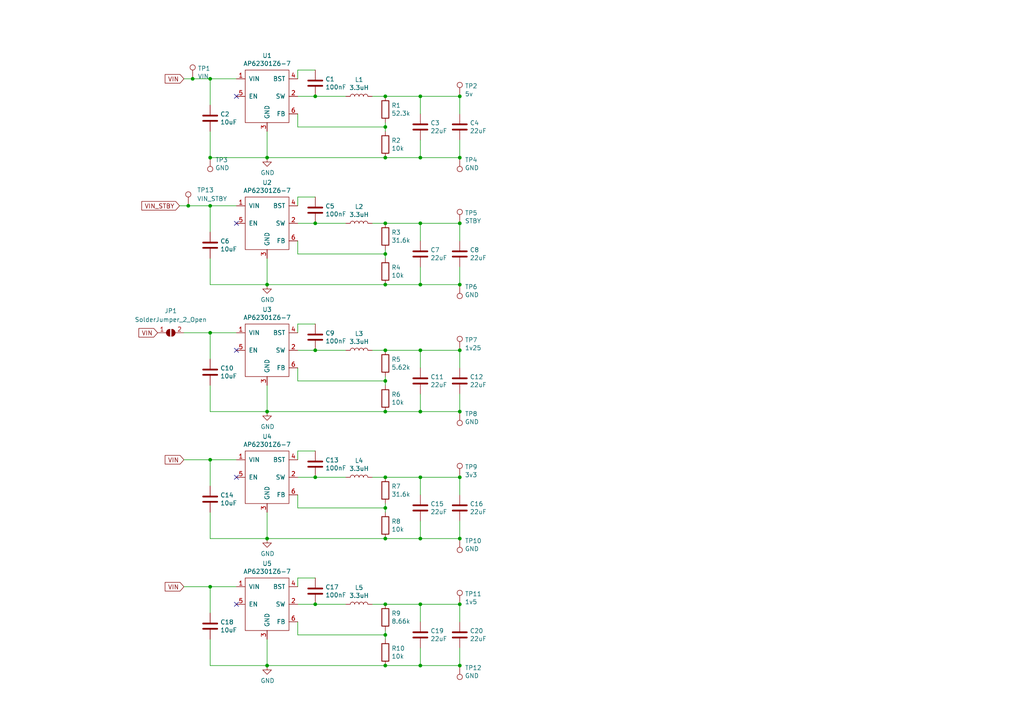
<source format=kicad_sch>
(kicad_sch (version 20231120) (generator "eeschema") (generator_version "8.0")
  (paper "A4")
  (lib_symbols
    (symbol "Connector:TestPoint" (pin_numbers hide) (pin_names (offset 0.762) hide)
      (property "Reference" "TP" (at 0 6.858 0))
      (property "Value" "Connector_TestPoint" (at 0 5.08 0))
      (symbol "TestPoint_0_1"
        (circle (center 0 3.302) (radius 0.762))
      )
      (symbol "TestPoint_1_1"
        (pin passive line (at 0 0 90) (length 2.54) (name "1") (number "1"))
      )
    )
    (symbol "Device:C" (pin_numbers hide) (pin_names (offset 0.254))
      (property "Reference" "C" (at 0.635 2.54 0))
      (property "Value" "Device_C" (at 0.635 -2.54 0))
      (symbol "C_0_1"
        (polyline (pts (xy -2.032 -0.762) (xy 2.032 -0.762)) (stroke (width 0.508)))
        (polyline (pts (xy -2.032 0.762) (xy 2.032 0.762)) (stroke (width 0.508)))
      )
      (symbol "C_1_1"
        (pin passive line (at 0 3.81 270) (length 2.794) (name "~") (number "1"))
        (pin passive line (at 0 -3.81 90) (length 2.794) (name "~") (number "2"))
      )
    )
    (symbol "Device:L" (pin_numbers hide) (pin_names (offset 1.016) hide)
      (property "Reference" "L" (at -1.27 0 90))
      (property "Value" "Device_L" (at 1.905 0 90))
      (symbol "L_0_1"
        (arc (start 0 -2.54) (mid 0.6323 -1.905) (end 0 -1.27))
        (arc (start 0 -1.27) (mid 0.6323 -0.635) (end 0 0))
        (arc (start 0 0) (mid 0.6323 0.635) (end 0 1.27))
        (arc (start 0 1.27) (mid 0.6323 1.905) (end 0 2.54))
      )
      (symbol "L_1_1"
        (pin passive line (at 0 3.81 270) (length 1.27) (name "1") (number "1"))
        (pin passive line (at 0 -3.81 90) (length 1.27) (name "2") (number "2"))
      )
    )
    (symbol "Device:R" (pin_numbers hide) (pin_names (offset 0))
      (property "Reference" "R" (at 2.032 0 90))
      (property "Value" "Device_R" (at 0 0 90))
      (symbol "R_0_1"
        (rectangle (start -1.016 -2.54) (end 1.016 2.54) (stroke (width 0.254)))
      )
      (symbol "R_1_1"
        (pin passive line (at 0 3.81 270) (length 1.27) (name "~") (number "1"))
        (pin passive line (at 0 -3.81 90) (length 1.27) (name "~") (number "2"))
      )
    )
    (symbol "Jumper:SolderJumper_2_Open" (pin_names (offset 0) hide)
      (property "Reference" "JP" (at 0 2.032 0))
      (property "Value" "SolderJumper_2_Open" (at 0 -2.54 0))
      (symbol "SolderJumper_2_Open_0_1"
        (arc (start -0.254 1.016) (mid -1.2656 0) (end -0.254 -1.016))
        (arc (start -0.254 1.016) (mid -1.2656 0) (end -0.254 -1.016) (fill (type outline)))
        (polyline (pts (xy -0.254 1.016) (xy -0.254 -1.016)))
        (polyline (pts (xy 0.254 1.016) (xy 0.254 -1.016)))
        (arc (start 0.254 -1.016) (mid 1.2656 0) (end 0.254 1.016))
        (arc (start 0.254 -1.016) (mid 1.2656 0) (end 0.254 1.016) (fill (type outline)))
      )
      (symbol "SolderJumper_2_Open_1_1"
        (pin passive line (at -3.81 0 0) (length 2.54) (name "A") (number "1"))
        (pin passive line (at 3.81 0 180) (length 2.54) (name "B") (number "2"))
      )
    )
    (symbol "PSU:AP62301Z6-7" (pin_names (offset 1.016))
      (property "Reference" "U" (at -6.35 8.89 0))
      (property "Value" "AP62301Z6-7" (at 7.62 -8.89 0))
      (symbol "AP62301Z6-7_0_1"
        (rectangle (start -6.35 7.62) (end 6.35 -7.62))
      )
      (symbol "AP62301Z6-7_1_1"
        (pin input line (at -8.89 5.08 0) (length 2.54) (name "VIN") (number "1"))
        (pin input line (at 8.89 0 180) (length 2.54) (name "SW") (number "2"))
        (pin input line (at 0 -10.16 90) (length 2.54) (name "GND") (number "3"))
        (pin input line (at 8.89 5.08 180) (length 2.54) (name "BST") (number "4"))
        (pin input line (at -8.89 0 0) (length 2.54) (name "EN") (number "5"))
        (pin input line (at 8.89 -5.08 180) (length 2.54) (name "FB") (number "6"))
      )
    )
    (symbol "TestPoint_1" (pin_numbers hide) (pin_names (offset 0.762) hide)
      (property "Reference" "TP" (at 0 6.858 0))
      (property "Value" "TestPoint_1" (at 0 5.08 0))
      (symbol "TestPoint_1_0_1"
        (circle (center 0 3.302) (radius 0.762))
      )
      (symbol "TestPoint_1_1_1"
        (pin passive line (at 0 0 90) (length 2.54) (name "1") (number "1"))
      )
    )
    (symbol "power:GND" (power) (pin_names (offset 0))
      (property "Value" "power_GND" (at 0 -3.81 0))
      (symbol "GND_0_1"
        (polyline (pts (xy 0 0) (xy 0 -1.27) (xy 1.27 -1.27) (xy 0 -2.54) (xy -1.27 -1.27) (xy 0 -1.27)))
      )
      (symbol "GND_1_1"
        (pin power_in line (at 0 0 270) (length 0) hide (name "GND") (number "1"))
      )
    )
  )
  (junction (at 133.35 27.94))
  (junction (at 121.92 64.77))
  (junction (at 121.92 101.6))
  (junction (at 133.35 64.77))
  (junction (at 133.35 82.55))
  (junction (at 60.96 96.52))
  (junction (at 111.76 193.04))
  (junction (at 91.44 27.94))
  (junction (at 60.96 22.86))
  (junction (at 121.92 82.55))
  (junction (at 111.76 36.83))
  (junction (at 54.61 59.69))
  (junction (at 121.92 156.21))
  (junction (at 121.92 175.26))
  (junction (at 111.76 110.49))
  (junction (at 60.96 133.35))
  (junction (at 133.35 119.38))
  (junction (at 133.35 193.04))
  (junction (at 77.47 45.72))
  (junction (at 77.47 82.55))
  (junction (at 121.92 119.38))
  (junction (at 91.44 101.6))
  (junction (at 91.44 138.43))
  (junction (at 133.35 156.21))
  (junction (at 111.76 156.21))
  (junction (at 133.35 138.43))
  (junction (at 55.88 22.86))
  (junction (at 60.96 45.72))
  (junction (at 77.47 193.04))
  (junction (at 121.92 27.94))
  (junction (at 121.92 45.72))
  (junction (at 133.35 101.6))
  (junction (at 91.44 175.26))
  (junction (at 60.96 170.18))
  (junction (at 77.47 156.21))
  (junction (at 111.76 101.6))
  (junction (at 77.47 119.38))
  (junction (at 91.44 64.77))
  (junction (at 133.35 45.72))
  (junction (at 111.76 138.43))
  (junction (at 111.76 45.72))
  (junction (at 121.92 138.43))
  (junction (at 111.76 64.77))
  (junction (at 111.76 175.26))
  (junction (at 111.76 27.94))
  (junction (at 111.76 73.66))
  (junction (at 60.96 59.69))
  (junction (at 111.76 184.15))
  (junction (at 133.35 175.26))
  (junction (at 111.76 82.55))
  (junction (at 111.76 119.38))
  (junction (at 111.76 147.32))
  (junction (at 121.92 193.04))
  (no_connect (at 68.58 101.6))
  (no_connect (at 68.58 138.43))
  (no_connect (at 68.58 175.26))
  (no_connect (at 68.58 27.94))
  (no_connect (at 68.58 64.77))
  (wire (pts (xy 77.47 119.38) (xy 77.47 111.76)))
  (wire (pts (xy 86.36 20.32) (xy 86.36 22.86)))
  (wire (pts (xy 107.95 27.94) (xy 111.76 27.94)))
  (wire (pts (xy 111.76 156.21) (xy 121.92 156.21)))
  (wire (pts (xy 121.92 106.68) (xy 121.92 101.6)))
  (wire (pts (xy 53.34 170.18) (xy 60.96 170.18)))
  (wire (pts (xy 111.76 36.83) (xy 111.76 38.1)))
  (wire (pts (xy 91.44 93.98) (xy 86.36 93.98)))
  (wire (pts (xy 111.76 146.05) (xy 111.76 147.32)))
  (wire (pts (xy 121.92 193.04) (xy 133.35 193.04)))
  (wire (pts (xy 60.96 45.72) (xy 60.96 38.1)))
  (wire (pts (xy 121.92 175.26) (xy 133.35 175.26)))
  (wire (pts (xy 91.44 64.77) (xy 100.33 64.77)))
  (wire (pts (xy 86.36 167.64) (xy 86.36 170.18)))
  (wire (pts (xy 133.35 101.6) (xy 133.35 106.68)))
  (wire (pts (xy 77.47 45.72) (xy 77.47 38.1)))
  (wire (pts (xy 121.92 156.21) (xy 133.35 156.21)))
  (wire (pts (xy 111.76 184.15) (xy 86.36 184.15)))
  (wire (pts (xy 121.92 143.51) (xy 121.92 138.43)))
  (wire (pts (xy 91.44 130.81) (xy 86.36 130.81)))
  (wire (pts (xy 107.95 64.77) (xy 111.76 64.77)))
  (wire (pts (xy 91.44 138.43) (xy 100.33 138.43)))
  (wire (pts (xy 60.96 22.86) (xy 60.96 30.48)))
  (wire (pts (xy 86.36 73.66) (xy 86.36 69.85)))
  (wire (pts (xy 107.95 138.43) (xy 111.76 138.43)))
  (wire (pts (xy 111.76 119.38) (xy 77.47 119.38)))
  (wire (pts (xy 68.58 170.18) (xy 60.96 170.18)))
  (wire (pts (xy 91.44 175.26) (xy 100.33 175.26)))
  (wire (pts (xy 60.96 82.55) (xy 60.96 74.93)))
  (wire (pts (xy 55.88 22.86) (xy 60.96 22.86)))
  (wire (pts (xy 111.76 110.49) (xy 111.76 111.76)))
  (wire (pts (xy 111.76 73.66) (xy 111.76 74.93)))
  (wire (pts (xy 60.96 45.72) (xy 77.47 45.72)))
  (wire (pts (xy 133.35 175.26) (xy 133.35 180.34)))
  (wire (pts (xy 111.76 72.39) (xy 111.76 73.66)))
  (wire (pts (xy 133.35 119.38) (xy 133.35 114.3)))
  (wire (pts (xy 77.47 82.55) (xy 77.47 74.93)))
  (wire (pts (xy 91.44 101.6) (xy 100.33 101.6)))
  (wire (pts (xy 91.44 57.15) (xy 86.36 57.15)))
  (wire (pts (xy 86.36 93.98) (xy 86.36 96.52)))
  (wire (pts (xy 133.35 45.72) (xy 133.35 40.64)))
  (wire (pts (xy 60.96 22.86) (xy 68.58 22.86)))
  (wire (pts (xy 111.76 138.43) (xy 121.92 138.43)))
  (wire (pts (xy 111.76 82.55) (xy 121.92 82.55)))
  (wire (pts (xy 121.92 69.85) (xy 121.92 64.77)))
  (wire (pts (xy 86.36 101.6) (xy 91.44 101.6)))
  (wire (pts (xy 121.92 40.64) (xy 121.92 45.72)))
  (wire (pts (xy 133.35 27.94) (xy 133.35 33.02)))
  (wire (pts (xy 77.47 193.04) (xy 77.47 185.42)))
  (wire (pts (xy 111.76 110.49) (xy 86.36 110.49)))
  (wire (pts (xy 111.76 147.32) (xy 111.76 148.59)))
  (wire (pts (xy 60.96 82.55) (xy 77.47 82.55)))
  (wire (pts (xy 111.76 45.72) (xy 77.47 45.72)))
  (wire (pts (xy 111.76 193.04) (xy 121.92 193.04)))
  (wire (pts (xy 111.76 45.72) (xy 121.92 45.72)))
  (wire (pts (xy 91.44 27.94) (xy 100.33 27.94)))
  (wire (pts (xy 111.76 27.94) (xy 121.92 27.94)))
  (wire (pts (xy 121.92 138.43) (xy 133.35 138.43)))
  (wire (pts (xy 121.92 82.55) (xy 133.35 82.55)))
  (wire (pts (xy 60.96 156.21) (xy 77.47 156.21)))
  (wire (pts (xy 60.96 156.21) (xy 60.96 148.59)))
  (wire (pts (xy 86.36 57.15) (xy 86.36 59.69)))
  (wire (pts (xy 77.47 156.21) (xy 77.47 148.59)))
  (wire (pts (xy 52.07 59.69) (xy 54.61 59.69)))
  (wire (pts (xy 121.92 119.38) (xy 133.35 119.38)))
  (wire (pts (xy 86.36 175.26) (xy 91.44 175.26)))
  (wire (pts (xy 91.44 167.64) (xy 86.36 167.64)))
  (wire (pts (xy 86.36 184.15) (xy 86.36 180.34)))
  (wire (pts (xy 133.35 82.55) (xy 133.35 77.47)))
  (wire (pts (xy 111.76 184.15) (xy 111.76 185.42)))
  (wire (pts (xy 86.36 36.83) (xy 86.36 33.02)))
  (wire (pts (xy 60.96 59.69) (xy 60.96 67.31)))
  (wire (pts (xy 60.96 96.52) (xy 60.96 104.14)))
  (wire (pts (xy 121.92 101.6) (xy 133.35 101.6)))
  (wire (pts (xy 111.76 147.32) (xy 86.36 147.32)))
  (wire (pts (xy 111.76 36.83) (xy 86.36 36.83)))
  (wire (pts (xy 60.96 119.38) (xy 77.47 119.38)))
  (wire (pts (xy 68.58 96.52) (xy 60.96 96.52)))
  (wire (pts (xy 86.36 27.94) (xy 91.44 27.94)))
  (wire (pts (xy 111.76 109.22) (xy 111.76 110.49)))
  (wire (pts (xy 68.58 59.69) (xy 60.96 59.69)))
  (wire (pts (xy 53.34 133.35) (xy 60.96 133.35)))
  (wire (pts (xy 86.36 130.81) (xy 86.36 133.35)))
  (wire (pts (xy 121.92 180.34) (xy 121.92 175.26)))
  (wire (pts (xy 121.92 187.96) (xy 121.92 193.04)))
  (wire (pts (xy 121.92 45.72) (xy 133.35 45.72)))
  (wire (pts (xy 53.34 96.52) (xy 60.96 96.52)))
  (wire (pts (xy 121.92 77.47) (xy 121.92 82.55)))
  (wire (pts (xy 133.35 193.04) (xy 133.35 187.96)))
  (wire (pts (xy 86.36 147.32) (xy 86.36 143.51)))
  (wire (pts (xy 111.76 35.56) (xy 111.76 36.83)))
  (wire (pts (xy 60.96 133.35) (xy 60.96 140.97)))
  (wire (pts (xy 86.36 110.49) (xy 86.36 106.68)))
  (wire (pts (xy 133.35 138.43) (xy 133.35 143.51)))
  (wire (pts (xy 60.96 119.38) (xy 60.96 111.76)))
  (wire (pts (xy 60.96 193.04) (xy 77.47 193.04)))
  (wire (pts (xy 121.92 114.3) (xy 121.92 119.38)))
  (wire (pts (xy 91.44 20.32) (xy 86.36 20.32)))
  (wire (pts (xy 86.36 138.43) (xy 91.44 138.43)))
  (wire (pts (xy 111.76 193.04) (xy 77.47 193.04)))
  (wire (pts (xy 121.92 27.94) (xy 133.35 27.94)))
  (wire (pts (xy 111.76 175.26) (xy 121.92 175.26)))
  (wire (pts (xy 111.76 156.21) (xy 77.47 156.21)))
  (wire (pts (xy 111.76 101.6) (xy 121.92 101.6)))
  (wire (pts (xy 111.76 73.66) (xy 86.36 73.66)))
  (wire (pts (xy 107.95 175.26) (xy 111.76 175.26)))
  (wire (pts (xy 68.58 133.35) (xy 60.96 133.35)))
  (wire (pts (xy 53.34 22.86) (xy 55.88 22.86)))
  (wire (pts (xy 60.96 193.04) (xy 60.96 185.42)))
  (wire (pts (xy 121.92 151.13) (xy 121.92 156.21)))
  (wire (pts (xy 121.92 33.02) (xy 121.92 27.94)))
  (wire (pts (xy 107.95 101.6) (xy 111.76 101.6)))
  (wire (pts (xy 60.96 170.18) (xy 60.96 177.8)))
  (wire (pts (xy 54.61 59.69) (xy 60.96 59.69)))
  (wire (pts (xy 111.76 182.88) (xy 111.76 184.15)))
  (wire (pts (xy 133.35 156.21) (xy 133.35 151.13)))
  (wire (pts (xy 111.76 64.77) (xy 121.92 64.77)))
  (wire (pts (xy 111.76 82.55) (xy 77.47 82.55)))
  (wire (pts (xy 111.76 119.38) (xy 121.92 119.38)))
  (wire (pts (xy 86.36 64.77) (xy 91.44 64.77)))
  (wire (pts (xy 133.35 64.77) (xy 133.35 69.85)))
  (wire (pts (xy 121.92 64.77) (xy 133.35 64.77)))
  (global_label "VIN" (shape input) (at 53.34 133.35 180) (property "Intersheetrefs" "${INTERSHEET_REFS}" (effects (hide yes))))
  (global_label "VIN" (shape input) (at 45.72 96.52 180) (property "Intersheetrefs" "${INTERSHEET_REFS}" (effects (hide yes))))
  (global_label "VIN" (shape input) (at 53.34 170.18 180) (property "Intersheetrefs" "${INTERSHEET_REFS}" (effects (hide yes))))
  (global_label "VIN" (shape input) (at 53.34 22.86 180) (property "Intersheetrefs" "${INTERSHEET_REFS}" (effects (hide yes))))
  (global_label "VIN_STBY" (shape input) (at 52.07 59.69 180) (property "Intersheetrefs" "${INTERSHEET_REFS}" (effects (hide yes))))
  (symbol (lib_id "PSU:AP62301Z6-7") (at 77.47 27.94 0) (unit 1)
    (property "Reference" "U1" (at 77.47 16.129 0))
    (property "Value" "AP62301Z6-7" (at 77.47 18.4404 0))
    (property "Footprint" "PSU Plus:SOT-563mod" (effects (hide yes)))
  )
  (symbol (lib_id "Device:C") (at 60.96 34.29 180) (unit 1)
    (property "Reference" "C2" (at 63.881 33.1216 0) (effects (justify right)))
    (property "Value" "10uF" (at 63.881 35.433 0) (effects (justify right)))
    (property "Footprint" "Capacitor_SMD:C_0805_2012Metric" (effects (hide yes)))
  )
  (symbol (lib_id "Device:C") (at 91.44 24.13 0) (unit 1)
    (property "Reference" "C1" (at 94.361 22.9616 0) (effects (justify left)))
    (property "Value" "100nF" (at 94.361 25.273 0) (effects (justify left)))
    (property "Footprint" "Capacitor_SMD:C_0402_1005Metric" (effects (hide yes)))
  )
  (symbol (lib_id "Device:L") (at 104.14 27.94 90) (unit 1)
    (property "Reference" "L1" (at 104.14 23.114 90))
    (property "Value" "3.3uH" (at 104.14 25.4254 90))
    (property "Footprint" "PSU Plus:1919" (effects (hide yes)))
  )
  (symbol (lib_id "Device:R") (at 111.76 31.75 0) (unit 1)
    (property "Reference" "R1" (at 113.538 30.5816 0) (effects (justify left)))
    (property "Value" "52.3k" (at 113.538 32.893 0) (effects (justify left)))
    (property "Footprint" "Resistor_SMD:R_0402_1005Metric" (effects (hide yes)))
  )
  (symbol (lib_id "Device:R") (at 111.76 41.91 0) (unit 1)
    (property "Reference" "R2" (at 113.538 40.7416 0) (effects (justify left)))
    (property "Value" "10k" (at 113.538 43.053 0) (effects (justify left)))
    (property "Footprint" "Resistor_SMD:R_0402_1005Metric" (effects (hide yes)))
  )
  (symbol (lib_id "Device:C") (at 121.92 36.83 0) (unit 1)
    (property "Reference" "C3" (at 124.841 35.6616 0) (effects (justify left)))
    (property "Value" "22uF" (at 124.841 37.973 0) (effects (justify left)))
    (property "Footprint" "Capacitor_SMD:C_0603_1608Metric" (effects (hide yes)))
  )
  (symbol (lib_id "power:GND") (at 77.47 45.72 0) (unit 1)
    (property "Reference" "#PWR01" (effects (hide yes)))
    (property "Value" "GND" (at 77.597 50.1142 0))
  )
  (symbol (lib_id "Device:C") (at 133.35 36.83 0) (unit 1)
    (property "Reference" "C4" (at 136.271 35.6616 0) (effects (justify left)))
    (property "Value" "22uF" (at 136.271 37.973 0) (effects (justify left)))
    (property "Footprint" "Capacitor_SMD:C_0603_1608Metric" (effects (hide yes)))
  )
  (symbol (lib_id "PSU:AP62301Z6-7") (at 77.47 64.77 0) (unit 1)
    (property "Reference" "U2" (at 77.47 52.959 0))
    (property "Value" "AP62301Z6-7" (at 77.47 55.2704 0))
    (property "Footprint" "PSU Plus:SOT-563mod" (effects (hide yes)))
  )
  (symbol (lib_id "Device:C") (at 60.96 71.12 180) (unit 1)
    (property "Reference" "C6" (at 63.881 69.9516 0) (effects (justify right)))
    (property "Value" "10uF" (at 63.881 72.263 0) (effects (justify right)))
    (property "Footprint" "Capacitor_SMD:C_0805_2012Metric" (effects (hide yes)))
  )
  (symbol (lib_id "Device:C") (at 91.44 60.96 0) (unit 1)
    (property "Reference" "C5" (at 94.361 59.7916 0) (effects (justify left)))
    (property "Value" "100nF" (at 94.361 62.103 0) (effects (justify left)))
    (property "Footprint" "Capacitor_SMD:C_0402_1005Metric" (effects (hide yes)))
  )
  (symbol (lib_id "Device:L") (at 104.14 64.77 90) (unit 1)
    (property "Reference" "L2" (at 104.14 59.944 90))
    (property "Value" "3.3uH" (at 104.14 62.2554 90))
    (property "Footprint" "PSU Plus:1919" (effects (hide yes)))
  )
  (symbol (lib_id "Device:R") (at 111.76 68.58 0) (unit 1)
    (property "Reference" "R3" (at 113.538 67.4116 0) (effects (justify left)))
    (property "Value" "31.6k" (at 113.538 69.723 0) (effects (justify left)))
    (property "Footprint" "Resistor_SMD:R_0402_1005Metric" (effects (hide yes)))
  )
  (symbol (lib_id "Device:R") (at 111.76 78.74 0) (unit 1)
    (property "Reference" "R4" (at 113.538 77.5716 0) (effects (justify left)))
    (property "Value" "10k" (at 113.538 79.883 0) (effects (justify left)))
    (property "Footprint" "Resistor_SMD:R_0402_1005Metric" (effects (hide yes)))
  )
  (symbol (lib_id "Device:C") (at 121.92 73.66 0) (unit 1)
    (property "Reference" "C7" (at 124.841 72.4916 0) (effects (justify left)))
    (property "Value" "22uF" (at 124.841 74.803 0) (effects (justify left)))
    (property "Footprint" "Capacitor_SMD:C_0603_1608Metric" (effects (hide yes)))
  )
  (symbol (lib_id "power:GND") (at 77.47 82.55 0) (unit 1)
    (property "Reference" "#PWR02" (effects (hide yes)))
    (property "Value" "GND" (at 77.597 86.9442 0))
  )
  (symbol (lib_id "Device:C") (at 133.35 73.66 0) (unit 1)
    (property "Reference" "C8" (at 136.271 72.4916 0) (effects (justify left)))
    (property "Value" "22uF" (at 136.271 74.803 0) (effects (justify left)))
    (property "Footprint" "Capacitor_SMD:C_0603_1608Metric" (effects (hide yes)))
  )
  (symbol (lib_id "PSU:AP62301Z6-7") (at 77.47 101.6 0) (unit 1)
    (property "Reference" "U3" (at 77.47 89.789 0))
    (property "Value" "AP62301Z6-7" (at 77.47 92.1004 0))
    (property "Footprint" "PSU Plus:SOT-563mod" (effects (hide yes)))
  )
  (symbol (lib_id "Device:C") (at 60.96 107.95 180) (unit 1)
    (property "Reference" "C10" (at 63.881 106.7816 0) (effects (justify right)))
    (property "Value" "10uF" (at 63.881 109.093 0) (effects (justify right)))
    (property "Footprint" "Capacitor_SMD:C_0805_2012Metric" (effects (hide yes)))
  )
  (symbol (lib_id "Device:C") (at 91.44 97.79 0) (unit 1)
    (property "Reference" "C9" (at 94.361 96.6216 0) (effects (justify left)))
    (property "Value" "100nF" (at 94.361 98.933 0) (effects (justify left)))
    (property "Footprint" "Capacitor_SMD:C_0402_1005Metric" (effects (hide yes)))
  )
  (symbol (lib_id "Device:L") (at 104.14 101.6 90) (unit 1)
    (property "Reference" "L3" (at 104.14 96.774 90))
    (property "Value" "3.3uH" (at 104.14 99.0854 90))
    (property "Footprint" "PSU Plus:1919" (effects (hide yes)))
  )
  (symbol (lib_id "Device:R") (at 111.76 105.41 0) (unit 1)
    (property "Reference" "R5" (at 113.538 104.2416 0) (effects (justify left)))
    (property "Value" "5.62k" (at 113.538 106.553 0) (effects (justify left)))
    (property "Footprint" "Resistor_SMD:R_0402_1005Metric" (effects (hide yes)))
  )
  (symbol (lib_id "Device:R") (at 111.76 115.57 0) (unit 1)
    (property "Reference" "R6" (at 113.538 114.4016 0) (effects (justify left)))
    (property "Value" "10k" (at 113.538 116.713 0) (effects (justify left)))
    (property "Footprint" "Resistor_SMD:R_0402_1005Metric" (effects (hide yes)))
  )
  (symbol (lib_id "Device:C") (at 121.92 110.49 0) (unit 1)
    (property "Reference" "C11" (at 124.841 109.3216 0) (effects (justify left)))
    (property "Value" "22uF" (at 124.841 111.633 0) (effects (justify left)))
    (property "Footprint" "Capacitor_SMD:C_0603_1608Metric" (effects (hide yes)))
  )
  (symbol (lib_id "power:GND") (at 77.47 119.38 0) (unit 1)
    (property "Reference" "#PWR03" (effects (hide yes)))
    (property "Value" "GND" (at 77.597 123.7742 0))
  )
  (symbol (lib_id "Device:C") (at 133.35 110.49 0) (unit 1)
    (property "Reference" "C12" (at 136.271 109.3216 0) (effects (justify left)))
    (property "Value" "22uF" (at 136.271 111.633 0) (effects (justify left)))
    (property "Footprint" "Capacitor_SMD:C_0603_1608Metric" (effects (hide yes)))
  )
  (symbol (lib_id "PSU:AP62301Z6-7") (at 77.47 138.43 0) (unit 1)
    (property "Reference" "U4" (at 77.47 126.619 0))
    (property "Value" "AP62301Z6-7" (at 77.47 128.9304 0))
    (property "Footprint" "PSU Plus:SOT-563mod" (effects (hide yes)))
  )
  (symbol (lib_id "Device:C") (at 60.96 144.78 180) (unit 1)
    (property "Reference" "C14" (at 63.881 143.6116 0) (effects (justify right)))
    (property "Value" "10uF" (at 63.881 145.923 0) (effects (justify right)))
    (property "Footprint" "Capacitor_SMD:C_0805_2012Metric" (effects (hide yes)))
  )
  (symbol (lib_id "Device:C") (at 91.44 134.62 0) (unit 1)
    (property "Reference" "C13" (at 94.361 133.4516 0) (effects (justify left)))
    (property "Value" "100nF" (at 94.361 135.763 0) (effects (justify left)))
    (property "Footprint" "Capacitor_SMD:C_0402_1005Metric" (effects (hide yes)))
  )
  (symbol (lib_id "Device:L") (at 104.14 138.43 90) (unit 1)
    (property "Reference" "L4" (at 104.14 133.604 90))
    (property "Value" "3.3uH" (at 104.14 135.9154 90))
    (property "Footprint" "PSU Plus:1919" (effects (hide yes)))
  )
  (symbol (lib_id "Device:R") (at 111.76 142.24 0) (unit 1)
    (property "Reference" "R7" (at 113.538 141.0716 0) (effects (justify left)))
    (property "Value" "31.6k" (at 113.538 143.383 0) (effects (justify left)))
    (property "Footprint" "Resistor_SMD:R_0402_1005Metric" (effects (hide yes)))
  )
  (symbol (lib_id "Device:R") (at 111.76 152.4 0) (unit 1)
    (property "Reference" "R8" (at 113.538 151.2316 0) (effects (justify left)))
    (property "Value" "10k" (at 113.538 153.543 0) (effects (justify left)))
    (property "Footprint" "Resistor_SMD:R_0402_1005Metric" (effects (hide yes)))
  )
  (symbol (lib_id "Device:C") (at 121.92 147.32 0) (unit 1)
    (property "Reference" "C15" (at 124.841 146.1516 0) (effects (justify left)))
    (property "Value" "22uF" (at 124.841 148.463 0) (effects (justify left)))
    (property "Footprint" "Capacitor_SMD:C_0603_1608Metric" (effects (hide yes)))
  )
  (symbol (lib_id "power:GND") (at 77.47 156.21 0) (unit 1)
    (property "Reference" "#PWR04" (effects (hide yes)))
    (property "Value" "GND" (at 77.597 160.6042 0))
  )
  (symbol (lib_id "Device:C") (at 133.35 147.32 0) (unit 1)
    (property "Reference" "C16" (at 136.271 146.1516 0) (effects (justify left)))
    (property "Value" "22uF" (at 136.271 148.463 0) (effects (justify left)))
    (property "Footprint" "Capacitor_SMD:C_0603_1608Metric" (effects (hide yes)))
  )
  (symbol (lib_id "PSU:AP62301Z6-7") (at 77.47 175.26 0) (unit 1)
    (property "Reference" "U5" (at 77.47 163.449 0))
    (property "Value" "AP62301Z6-7" (at 77.47 165.7604 0))
    (property "Footprint" "PSU Plus:SOT-563mod" (effects (hide yes)))
  )
  (symbol (lib_id "Device:C") (at 60.96 181.61 180) (unit 1)
    (property "Reference" "C18" (at 63.881 180.4416 0) (effects (justify right)))
    (property "Value" "10uF" (at 63.881 182.753 0) (effects (justify right)))
    (property "Footprint" "Capacitor_SMD:C_0805_2012Metric" (effects (hide yes)))
  )
  (symbol (lib_id "Device:C") (at 91.44 171.45 0) (unit 1)
    (property "Reference" "C17" (at 94.361 170.2816 0) (effects (justify left)))
    (property "Value" "100nF" (at 94.361 172.593 0) (effects (justify left)))
    (property "Footprint" "Capacitor_SMD:C_0402_1005Metric" (effects (hide yes)))
  )
  (symbol (lib_id "Device:L") (at 104.14 175.26 90) (unit 1)
    (property "Reference" "L5" (at 104.14 170.434 90))
    (property "Value" "3.3uH" (at 104.14 172.7454 90))
    (property "Footprint" "PSU Plus:1919" (effects (hide yes)))
  )
  (symbol (lib_id "Device:R") (at 111.76 179.07 0) (unit 1)
    (property "Reference" "R9" (at 113.538 177.9016 0) (effects (justify left)))
    (property "Value" "8.66k" (at 113.538 180.213 0) (effects (justify left)))
    (property "Footprint" "Resistor_SMD:R_0402_1005Metric" (effects (hide yes)))
  )
  (symbol (lib_id "Device:R") (at 111.76 189.23 0) (unit 1)
    (property "Reference" "R10" (at 113.538 188.0616 0) (effects (justify left)))
    (property "Value" "10k" (at 113.538 190.373 0) (effects (justify left)))
    (property "Footprint" "Resistor_SMD:R_0402_1005Metric" (effects (hide yes)))
  )
  (symbol (lib_id "Device:C") (at 121.92 184.15 0) (unit 1)
    (property "Reference" "C19" (at 124.841 182.9816 0) (effects (justify left)))
    (property "Value" "22uF" (at 124.841 185.293 0) (effects (justify left)))
    (property "Footprint" "Capacitor_SMD:C_0603_1608Metric" (effects (hide yes)))
  )
  (symbol (lib_id "power:GND") (at 77.47 193.04 0) (unit 1)
    (property "Reference" "#PWR05" (effects (hide yes)))
    (property "Value" "GND" (at 77.597 197.4342 0))
  )
  (symbol (lib_id "Device:C") (at 133.35 184.15 0) (unit 1)
    (property "Reference" "C20" (at 136.271 182.9816 0) (effects (justify left)))
    (property "Value" "22uF" (at 136.271 185.293 0) (effects (justify left)))
    (property "Footprint" "Capacitor_SMD:C_0603_1608Metric" (effects (hide yes)))
  )
  (symbol (lib_id "Connector:TestPoint") (at 55.88 22.86 0) (unit 1)
    (property "Reference" "TP1" (at 57.3532 19.8628 0) (effects (justify left)))
    (property "Value" "VIN" (at 57.3532 22.1742 0) (effects (justify left)))
    (property "Footprint" "TestPoint:TestPoint_Pad_2.0x2.0mm" (effects (hide yes)))
  )
  (symbol (lib_id "Connector:TestPoint") (at 133.35 27.94 0) (unit 1)
    (property "Reference" "TP2" (at 134.8232 24.9428 0) (effects (justify left)))
    (property "Value" "5v" (at 134.8232 27.2542 0) (effects (justify left)))
    (property "Footprint" "TestPoint:TestPoint_Pad_2.0x2.0mm" (effects (hide yes)))
  )
  (symbol (lib_id "Connector:TestPoint") (at 133.35 45.72 180) (unit 1)
    (property "Reference" "TP4" (at 134.8232 46.3804 0) (effects (justify right)))
    (property "Value" "GND" (at 134.8232 48.6918 0) (effects (justify right)))
    (property "Footprint" "TestPoint:TestPoint_Pad_2.0x2.0mm" (effects (hide yes)))
  )
  (symbol (lib_id "Connector:TestPoint") (at 133.35 64.77 0) (unit 1)
    (property "Reference" "TP5" (at 134.8232 61.7728 0) (effects (justify left)))
    (property "Value" "STBY" (at 134.8232 64.0842 0) (effects (justify left)))
    (property "Footprint" "TestPoint:TestPoint_Pad_2.0x2.0mm" (effects (hide yes)))
  )
  (symbol (lib_id "Connector:TestPoint") (at 133.35 82.55 180) (unit 1)
    (property "Reference" "TP6" (at 134.8232 83.2104 0) (effects (justify right)))
    (property "Value" "GND" (at 134.8232 85.5218 0) (effects (justify right)))
    (property "Footprint" "TestPoint:TestPoint_Pad_2.0x2.0mm" (effects (hide yes)))
  )
  (symbol (lib_id "Connector:TestPoint") (at 133.35 101.6 0) (unit 1)
    (property "Reference" "TP7" (at 134.8232 98.6028 0) (effects (justify left)))
    (property "Value" "1v25" (at 134.8232 100.9142 0) (effects (justify left)))
    (property "Footprint" "TestPoint:TestPoint_Pad_2.0x2.0mm" (effects (hide yes)))
  )
  (symbol (lib_id "Connector:TestPoint") (at 133.35 119.38 180) (unit 1)
    (property "Reference" "TP8" (at 134.8232 120.0404 0) (effects (justify right)))
    (property "Value" "GND" (at 134.8232 122.3518 0) (effects (justify right)))
    (property "Footprint" "TestPoint:TestPoint_Pad_2.0x2.0mm" (effects (hide yes)))
  )
  (symbol (lib_id "Connector:TestPoint") (at 133.35 138.43 0) (unit 1)
    (property "Reference" "TP9" (at 134.8232 135.4328 0) (effects (justify left)))
    (property "Value" "3v3" (at 134.8232 137.7442 0) (effects (justify left)))
    (property "Footprint" "TestPoint:TestPoint_Pad_2.0x2.0mm" (effects (hide yes)))
  )
  (symbol (lib_id "Connector:TestPoint") (at 133.35 156.21 180) (unit 1)
    (property "Reference" "TP10" (at 134.8232 156.8704 0) (effects (justify right)))
    (property "Value" "GND" (at 134.8232 159.1818 0) (effects (justify right)))
    (property "Footprint" "TestPoint:TestPoint_Pad_2.0x2.0mm" (effects (hide yes)))
  )
  (symbol (lib_id "Connector:TestPoint") (at 133.35 175.26 0) (unit 1)
    (property "Reference" "TP11" (at 134.8232 172.2628 0) (effects (justify left)))
    (property "Value" "1v5" (at 134.8232 174.5742 0) (effects (justify left)))
    (property "Footprint" "TestPoint:TestPoint_Pad_2.0x2.0mm" (effects (hide yes)))
  )
  (symbol (lib_id "Connector:TestPoint") (at 133.35 193.04 180) (unit 1)
    (property "Reference" "TP12" (at 134.8232 193.7004 0) (effects (justify right)))
    (property "Value" "GND" (at 134.8232 196.0118 0) (effects (justify right)))
    (property "Footprint" "TestPoint:TestPoint_Pad_2.0x2.0mm" (effects (hide yes)))
  )
  (symbol (lib_id "Connector:TestPoint") (at 60.96 45.72 180) (unit 1)
    (property "Reference" "TP3" (at 62.4332 46.3804 0) (effects (justify right)))
    (property "Value" "GND" (at 62.4332 48.6918 0) (effects (justify right)))
    (property "Footprint" "TestPoint:TestPoint_Pad_2.0x2.0mm" (effects (hide yes)))
  )
  (symbol (lib_name "TestPoint_1") (lib_id "Connector:TestPoint") (at 54.61 59.69 0) (unit 1)
    (property "Reference" "TP13" (at 57.15 55.1179 0) (effects (justify left)))
    (property "Value" "VIN_STBY" (at 57.15 57.6579 0) (effects (justify left)))
    (property "Footprint" "TestPoint:TestPoint_Pad_1.0x1.0mm" (effects (hide yes)))
  )
  (symbol (lib_id "Jumper:SolderJumper_2_Open") (at 49.53 96.52 0) (unit 1)
    (property "Reference" "JP1" (at 49.53 90.17 0))
    (property "Value" "SolderJumper_2_Open" (at 49.53 92.71 0))
    (property "Footprint" "Jumper:SolderJumper-2_P1.3mm_Open_Pad1.0x1.5mm" (effects (hide yes)))
  )
)
</source>
